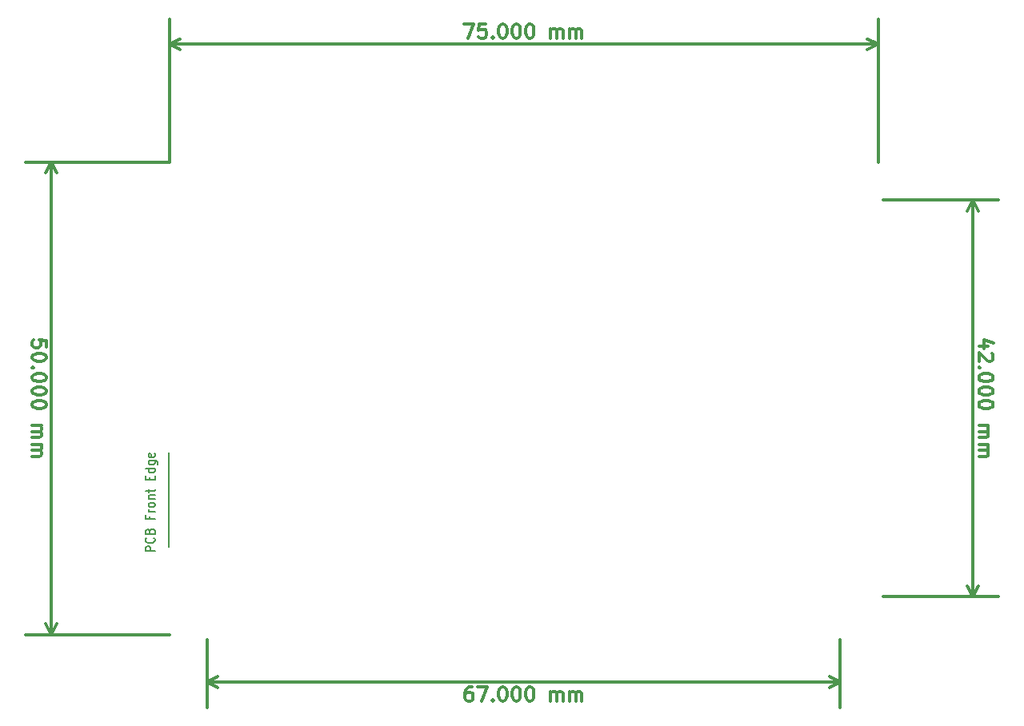
<source format=gbr>
%TF.GenerationSoftware,KiCad,Pcbnew,no-vcs-found*%
%TF.CreationDate,2017-10-09T11:26:26+10:30*%
%TF.ProjectId,clearpath-sc-single-channel,636C656172706174682D73632D73696E,1.0*%
%TF.SameCoordinates,Original*%
%TF.FileFunction,Drawing*%
%FSLAX46Y46*%
G04 Gerber Fmt 4.6, Leading zero omitted, Abs format (unit mm)*
G04 Created by KiCad (PCBNEW no-vcs-found) date Mon Oct  9 11:26:26 2017*
%MOMM*%
%LPD*%
G01*
G04 APERTURE LIST*
%ADD10C,0.300000*%
%ADD11C,0.150000*%
%ADD12C,0.130000*%
G04 APERTURE END LIST*
D10*
X132000000Y-155528570D02*
X131714285Y-155528570D01*
X131571428Y-155599999D01*
X131500000Y-155671427D01*
X131357142Y-155885713D01*
X131285714Y-156171427D01*
X131285714Y-156742856D01*
X131357142Y-156885713D01*
X131428571Y-156957141D01*
X131571428Y-157028570D01*
X131857142Y-157028570D01*
X132000000Y-156957141D01*
X132071428Y-156885713D01*
X132142857Y-156742856D01*
X132142857Y-156385713D01*
X132071428Y-156242856D01*
X132000000Y-156171427D01*
X131857142Y-156099999D01*
X131571428Y-156099999D01*
X131428571Y-156171427D01*
X131357142Y-156242856D01*
X131285714Y-156385713D01*
X132642857Y-155528570D02*
X133642857Y-155528570D01*
X133000000Y-157028570D01*
X134214285Y-156885713D02*
X134285714Y-156957141D01*
X134214285Y-157028570D01*
X134142857Y-156957141D01*
X134214285Y-156885713D01*
X134214285Y-157028570D01*
X135214285Y-155528570D02*
X135357142Y-155528570D01*
X135500000Y-155599999D01*
X135571428Y-155671427D01*
X135642857Y-155814284D01*
X135714285Y-156099999D01*
X135714285Y-156457141D01*
X135642857Y-156742856D01*
X135571428Y-156885713D01*
X135500000Y-156957141D01*
X135357142Y-157028570D01*
X135214285Y-157028570D01*
X135071428Y-156957141D01*
X135000000Y-156885713D01*
X134928571Y-156742856D01*
X134857142Y-156457141D01*
X134857142Y-156099999D01*
X134928571Y-155814284D01*
X135000000Y-155671427D01*
X135071428Y-155599999D01*
X135214285Y-155528570D01*
X136642857Y-155528570D02*
X136785714Y-155528570D01*
X136928571Y-155599999D01*
X137000000Y-155671427D01*
X137071428Y-155814284D01*
X137142857Y-156099999D01*
X137142857Y-156457141D01*
X137071428Y-156742856D01*
X137000000Y-156885713D01*
X136928571Y-156957141D01*
X136785714Y-157028570D01*
X136642857Y-157028570D01*
X136500000Y-156957141D01*
X136428571Y-156885713D01*
X136357142Y-156742856D01*
X136285714Y-156457141D01*
X136285714Y-156099999D01*
X136357142Y-155814284D01*
X136428571Y-155671427D01*
X136500000Y-155599999D01*
X136642857Y-155528570D01*
X138071428Y-155528570D02*
X138214285Y-155528570D01*
X138357142Y-155599999D01*
X138428571Y-155671427D01*
X138500000Y-155814284D01*
X138571428Y-156099999D01*
X138571428Y-156457141D01*
X138500000Y-156742856D01*
X138428571Y-156885713D01*
X138357142Y-156957141D01*
X138214285Y-157028570D01*
X138071428Y-157028570D01*
X137928571Y-156957141D01*
X137857142Y-156885713D01*
X137785714Y-156742856D01*
X137714285Y-156457141D01*
X137714285Y-156099999D01*
X137785714Y-155814284D01*
X137857142Y-155671427D01*
X137928571Y-155599999D01*
X138071428Y-155528570D01*
X140357142Y-157028570D02*
X140357142Y-156028570D01*
X140357142Y-156171427D02*
X140428571Y-156099999D01*
X140571428Y-156028570D01*
X140785714Y-156028570D01*
X140928571Y-156099999D01*
X141000000Y-156242856D01*
X141000000Y-157028570D01*
X141000000Y-156242856D02*
X141071428Y-156099999D01*
X141214285Y-156028570D01*
X141428571Y-156028570D01*
X141571428Y-156099999D01*
X141642857Y-156242856D01*
X141642857Y-157028570D01*
X142357142Y-157028570D02*
X142357142Y-156028570D01*
X142357142Y-156171427D02*
X142428571Y-156099999D01*
X142571428Y-156028570D01*
X142785714Y-156028570D01*
X142928571Y-156099999D01*
X143000000Y-156242856D01*
X143000000Y-157028570D01*
X143000000Y-156242856D02*
X143071428Y-156099999D01*
X143214285Y-156028570D01*
X143428571Y-156028570D01*
X143571428Y-156099999D01*
X143642857Y-156242856D01*
X143642857Y-157028570D01*
X104000000Y-154999999D02*
X171000000Y-154999999D01*
X104000000Y-150500000D02*
X104000000Y-157699999D01*
X171000000Y-150500000D02*
X171000000Y-157699999D01*
X171000000Y-154999999D02*
X169873496Y-155586420D01*
X171000000Y-154999999D02*
X169873496Y-154413578D01*
X104000000Y-154999999D02*
X105126504Y-155586420D01*
X104000000Y-154999999D02*
X105126504Y-154413578D01*
X186671428Y-119500000D02*
X185671428Y-119500000D01*
X187242857Y-119142857D02*
X186171428Y-118785714D01*
X186171428Y-119714285D01*
X187028571Y-120214285D02*
X187100000Y-120285714D01*
X187171428Y-120428571D01*
X187171428Y-120785714D01*
X187100000Y-120928571D01*
X187028571Y-121000000D01*
X186885714Y-121071428D01*
X186742857Y-121071428D01*
X186528571Y-121000000D01*
X185671428Y-120142857D01*
X185671428Y-121071428D01*
X185814285Y-121714285D02*
X185742857Y-121785714D01*
X185671428Y-121714285D01*
X185742857Y-121642857D01*
X185814285Y-121714285D01*
X185671428Y-121714285D01*
X187171428Y-122714285D02*
X187171428Y-122857142D01*
X187100000Y-123000000D01*
X187028571Y-123071428D01*
X186885714Y-123142857D01*
X186600000Y-123214285D01*
X186242857Y-123214285D01*
X185957142Y-123142857D01*
X185814285Y-123071428D01*
X185742857Y-123000000D01*
X185671428Y-122857142D01*
X185671428Y-122714285D01*
X185742857Y-122571428D01*
X185814285Y-122500000D01*
X185957142Y-122428571D01*
X186242857Y-122357142D01*
X186600000Y-122357142D01*
X186885714Y-122428571D01*
X187028571Y-122500000D01*
X187100000Y-122571428D01*
X187171428Y-122714285D01*
X187171428Y-124142857D02*
X187171428Y-124285714D01*
X187100000Y-124428571D01*
X187028571Y-124500000D01*
X186885714Y-124571428D01*
X186600000Y-124642857D01*
X186242857Y-124642857D01*
X185957142Y-124571428D01*
X185814285Y-124500000D01*
X185742857Y-124428571D01*
X185671428Y-124285714D01*
X185671428Y-124142857D01*
X185742857Y-124000000D01*
X185814285Y-123928571D01*
X185957142Y-123857142D01*
X186242857Y-123785714D01*
X186600000Y-123785714D01*
X186885714Y-123857142D01*
X187028571Y-123928571D01*
X187100000Y-124000000D01*
X187171428Y-124142857D01*
X187171428Y-125571428D02*
X187171428Y-125714285D01*
X187100000Y-125857142D01*
X187028571Y-125928571D01*
X186885714Y-126000000D01*
X186600000Y-126071428D01*
X186242857Y-126071428D01*
X185957142Y-126000000D01*
X185814285Y-125928571D01*
X185742857Y-125857142D01*
X185671428Y-125714285D01*
X185671428Y-125571428D01*
X185742857Y-125428571D01*
X185814285Y-125357142D01*
X185957142Y-125285714D01*
X186242857Y-125214285D01*
X186600000Y-125214285D01*
X186885714Y-125285714D01*
X187028571Y-125357142D01*
X187100000Y-125428571D01*
X187171428Y-125571428D01*
X185671428Y-127857142D02*
X186671428Y-127857142D01*
X186528571Y-127857142D02*
X186600000Y-127928571D01*
X186671428Y-128071428D01*
X186671428Y-128285714D01*
X186600000Y-128428571D01*
X186457142Y-128500000D01*
X185671428Y-128500000D01*
X186457142Y-128500000D02*
X186600000Y-128571428D01*
X186671428Y-128714285D01*
X186671428Y-128928571D01*
X186600000Y-129071428D01*
X186457142Y-129142857D01*
X185671428Y-129142857D01*
X185671428Y-129857142D02*
X186671428Y-129857142D01*
X186528571Y-129857142D02*
X186600000Y-129928571D01*
X186671428Y-130071428D01*
X186671428Y-130285714D01*
X186600000Y-130428571D01*
X186457142Y-130500000D01*
X185671428Y-130500000D01*
X186457142Y-130500000D02*
X186600000Y-130571428D01*
X186671428Y-130714285D01*
X186671428Y-130928571D01*
X186600000Y-131071428D01*
X186457142Y-131142857D01*
X185671428Y-131142857D01*
X185000000Y-104000000D02*
X185000000Y-146000000D01*
X175500000Y-104000000D02*
X187700000Y-104000000D01*
X175500000Y-146000000D02*
X187700000Y-146000000D01*
X185000000Y-146000000D02*
X184413579Y-144873496D01*
X185000000Y-146000000D02*
X185586421Y-144873496D01*
X185000000Y-104000000D02*
X184413579Y-105126504D01*
X185000000Y-104000000D02*
X185586421Y-105126504D01*
X86971429Y-119571428D02*
X86971429Y-118857142D01*
X86257143Y-118785714D01*
X86328572Y-118857142D01*
X86400001Y-119000000D01*
X86400001Y-119357142D01*
X86328572Y-119500000D01*
X86257143Y-119571428D01*
X86114286Y-119642857D01*
X85757143Y-119642857D01*
X85614286Y-119571428D01*
X85542858Y-119500000D01*
X85471429Y-119357142D01*
X85471429Y-119000000D01*
X85542858Y-118857142D01*
X85614286Y-118785714D01*
X86971429Y-120571428D02*
X86971429Y-120714285D01*
X86900001Y-120857142D01*
X86828572Y-120928571D01*
X86685715Y-121000000D01*
X86400001Y-121071428D01*
X86042858Y-121071428D01*
X85757143Y-121000000D01*
X85614286Y-120928571D01*
X85542858Y-120857142D01*
X85471429Y-120714285D01*
X85471429Y-120571428D01*
X85542858Y-120428571D01*
X85614286Y-120357142D01*
X85757143Y-120285714D01*
X86042858Y-120214285D01*
X86400001Y-120214285D01*
X86685715Y-120285714D01*
X86828572Y-120357142D01*
X86900001Y-120428571D01*
X86971429Y-120571428D01*
X85614286Y-121714285D02*
X85542858Y-121785714D01*
X85471429Y-121714285D01*
X85542858Y-121642857D01*
X85614286Y-121714285D01*
X85471429Y-121714285D01*
X86971429Y-122714285D02*
X86971429Y-122857142D01*
X86900001Y-123000000D01*
X86828572Y-123071428D01*
X86685715Y-123142857D01*
X86400001Y-123214285D01*
X86042858Y-123214285D01*
X85757143Y-123142857D01*
X85614286Y-123071428D01*
X85542858Y-123000000D01*
X85471429Y-122857142D01*
X85471429Y-122714285D01*
X85542858Y-122571428D01*
X85614286Y-122500000D01*
X85757143Y-122428571D01*
X86042858Y-122357142D01*
X86400001Y-122357142D01*
X86685715Y-122428571D01*
X86828572Y-122500000D01*
X86900001Y-122571428D01*
X86971429Y-122714285D01*
X86971429Y-124142857D02*
X86971429Y-124285714D01*
X86900001Y-124428571D01*
X86828572Y-124500000D01*
X86685715Y-124571428D01*
X86400001Y-124642857D01*
X86042858Y-124642857D01*
X85757143Y-124571428D01*
X85614286Y-124500000D01*
X85542858Y-124428571D01*
X85471429Y-124285714D01*
X85471429Y-124142857D01*
X85542858Y-124000000D01*
X85614286Y-123928571D01*
X85757143Y-123857142D01*
X86042858Y-123785714D01*
X86400001Y-123785714D01*
X86685715Y-123857142D01*
X86828572Y-123928571D01*
X86900001Y-124000000D01*
X86971429Y-124142857D01*
X86971429Y-125571428D02*
X86971429Y-125714285D01*
X86900001Y-125857142D01*
X86828572Y-125928571D01*
X86685715Y-126000000D01*
X86400001Y-126071428D01*
X86042858Y-126071428D01*
X85757143Y-126000000D01*
X85614286Y-125928571D01*
X85542858Y-125857142D01*
X85471429Y-125714285D01*
X85471429Y-125571428D01*
X85542858Y-125428571D01*
X85614286Y-125357142D01*
X85757143Y-125285714D01*
X86042858Y-125214285D01*
X86400001Y-125214285D01*
X86685715Y-125285714D01*
X86828572Y-125357142D01*
X86900001Y-125428571D01*
X86971429Y-125571428D01*
X85471429Y-127857142D02*
X86471429Y-127857142D01*
X86328572Y-127857142D02*
X86400001Y-127928571D01*
X86471429Y-128071428D01*
X86471429Y-128285714D01*
X86400001Y-128428571D01*
X86257143Y-128500000D01*
X85471429Y-128500000D01*
X86257143Y-128500000D02*
X86400001Y-128571428D01*
X86471429Y-128714285D01*
X86471429Y-128928571D01*
X86400001Y-129071428D01*
X86257143Y-129142857D01*
X85471429Y-129142857D01*
X85471429Y-129857142D02*
X86471429Y-129857142D01*
X86328572Y-129857142D02*
X86400001Y-129928571D01*
X86471429Y-130071428D01*
X86471429Y-130285714D01*
X86400001Y-130428571D01*
X86257143Y-130500000D01*
X85471429Y-130500000D01*
X86257143Y-130500000D02*
X86400001Y-130571428D01*
X86471429Y-130714285D01*
X86471429Y-130928571D01*
X86400001Y-131071428D01*
X86257143Y-131142857D01*
X85471429Y-131142857D01*
X87500001Y-100000000D02*
X87500001Y-150000000D01*
X100000000Y-100000000D02*
X84800001Y-100000000D01*
X100000000Y-150000000D02*
X84800001Y-150000000D01*
X87500001Y-150000000D02*
X86913580Y-148873496D01*
X87500001Y-150000000D02*
X88086422Y-148873496D01*
X87500001Y-100000000D02*
X86913580Y-101126504D01*
X87500001Y-100000000D02*
X88086422Y-101126504D01*
X131214285Y-85328571D02*
X132214285Y-85328571D01*
X131571428Y-86828571D01*
X133500000Y-85328571D02*
X132785714Y-85328571D01*
X132714285Y-86042857D01*
X132785714Y-85971428D01*
X132928571Y-85900000D01*
X133285714Y-85900000D01*
X133428571Y-85971428D01*
X133500000Y-86042857D01*
X133571428Y-86185714D01*
X133571428Y-86542857D01*
X133500000Y-86685714D01*
X133428571Y-86757142D01*
X133285714Y-86828571D01*
X132928571Y-86828571D01*
X132785714Y-86757142D01*
X132714285Y-86685714D01*
X134214285Y-86685714D02*
X134285714Y-86757142D01*
X134214285Y-86828571D01*
X134142857Y-86757142D01*
X134214285Y-86685714D01*
X134214285Y-86828571D01*
X135214285Y-85328571D02*
X135357142Y-85328571D01*
X135500000Y-85400000D01*
X135571428Y-85471428D01*
X135642857Y-85614285D01*
X135714285Y-85900000D01*
X135714285Y-86257142D01*
X135642857Y-86542857D01*
X135571428Y-86685714D01*
X135500000Y-86757142D01*
X135357142Y-86828571D01*
X135214285Y-86828571D01*
X135071428Y-86757142D01*
X135000000Y-86685714D01*
X134928571Y-86542857D01*
X134857142Y-86257142D01*
X134857142Y-85900000D01*
X134928571Y-85614285D01*
X135000000Y-85471428D01*
X135071428Y-85400000D01*
X135214285Y-85328571D01*
X136642857Y-85328571D02*
X136785714Y-85328571D01*
X136928571Y-85400000D01*
X137000000Y-85471428D01*
X137071428Y-85614285D01*
X137142857Y-85900000D01*
X137142857Y-86257142D01*
X137071428Y-86542857D01*
X137000000Y-86685714D01*
X136928571Y-86757142D01*
X136785714Y-86828571D01*
X136642857Y-86828571D01*
X136500000Y-86757142D01*
X136428571Y-86685714D01*
X136357142Y-86542857D01*
X136285714Y-86257142D01*
X136285714Y-85900000D01*
X136357142Y-85614285D01*
X136428571Y-85471428D01*
X136500000Y-85400000D01*
X136642857Y-85328571D01*
X138071428Y-85328571D02*
X138214285Y-85328571D01*
X138357142Y-85400000D01*
X138428571Y-85471428D01*
X138500000Y-85614285D01*
X138571428Y-85900000D01*
X138571428Y-86257142D01*
X138500000Y-86542857D01*
X138428571Y-86685714D01*
X138357142Y-86757142D01*
X138214285Y-86828571D01*
X138071428Y-86828571D01*
X137928571Y-86757142D01*
X137857142Y-86685714D01*
X137785714Y-86542857D01*
X137714285Y-86257142D01*
X137714285Y-85900000D01*
X137785714Y-85614285D01*
X137857142Y-85471428D01*
X137928571Y-85400000D01*
X138071428Y-85328571D01*
X140357142Y-86828571D02*
X140357142Y-85828571D01*
X140357142Y-85971428D02*
X140428571Y-85900000D01*
X140571428Y-85828571D01*
X140785714Y-85828571D01*
X140928571Y-85900000D01*
X141000000Y-86042857D01*
X141000000Y-86828571D01*
X141000000Y-86042857D02*
X141071428Y-85900000D01*
X141214285Y-85828571D01*
X141428571Y-85828571D01*
X141571428Y-85900000D01*
X141642857Y-86042857D01*
X141642857Y-86828571D01*
X142357142Y-86828571D02*
X142357142Y-85828571D01*
X142357142Y-85971428D02*
X142428571Y-85900000D01*
X142571428Y-85828571D01*
X142785714Y-85828571D01*
X142928571Y-85900000D01*
X143000000Y-86042857D01*
X143000000Y-86828571D01*
X143000000Y-86042857D02*
X143071428Y-85900000D01*
X143214285Y-85828571D01*
X143428571Y-85828571D01*
X143571428Y-85900000D01*
X143642857Y-86042857D01*
X143642857Y-86828571D01*
X100000000Y-87500000D02*
X175000000Y-87500000D01*
X100000000Y-100000000D02*
X100000000Y-84800000D01*
X175000000Y-100000000D02*
X175000000Y-84800000D01*
X175000000Y-87500000D02*
X173873496Y-88086421D01*
X175000000Y-87500000D02*
X173873496Y-86913579D01*
X100000000Y-87500000D02*
X101126504Y-88086421D01*
X100000000Y-87500000D02*
X101126504Y-86913579D01*
D11*
%TO.C,J?1*%
X99970000Y-130750000D02*
X99970000Y-140750000D01*
%TD*%
%TO.C,J?1*%
D12*
X98452380Y-141164285D02*
X97452380Y-141164285D01*
X97452380Y-140821428D01*
X97500000Y-140735714D01*
X97547619Y-140692857D01*
X97642857Y-140650000D01*
X97785714Y-140650000D01*
X97880952Y-140692857D01*
X97928571Y-140735714D01*
X97976190Y-140821428D01*
X97976190Y-141164285D01*
X98357142Y-139750000D02*
X98404761Y-139792857D01*
X98452380Y-139921428D01*
X98452380Y-140007142D01*
X98404761Y-140135714D01*
X98309523Y-140221428D01*
X98214285Y-140264285D01*
X98023809Y-140307142D01*
X97880952Y-140307142D01*
X97690476Y-140264285D01*
X97595238Y-140221428D01*
X97500000Y-140135714D01*
X97452380Y-140007142D01*
X97452380Y-139921428D01*
X97500000Y-139792857D01*
X97547619Y-139750000D01*
X97928571Y-139064285D02*
X97976190Y-138935714D01*
X98023809Y-138892857D01*
X98119047Y-138850000D01*
X98261904Y-138850000D01*
X98357142Y-138892857D01*
X98404761Y-138935714D01*
X98452380Y-139021428D01*
X98452380Y-139364285D01*
X97452380Y-139364285D01*
X97452380Y-139064285D01*
X97500000Y-138978571D01*
X97547619Y-138935714D01*
X97642857Y-138892857D01*
X97738095Y-138892857D01*
X97833333Y-138935714D01*
X97880952Y-138978571D01*
X97928571Y-139064285D01*
X97928571Y-139364285D01*
X97928571Y-137478571D02*
X97928571Y-137778571D01*
X98452380Y-137778571D02*
X97452380Y-137778571D01*
X97452380Y-137350000D01*
X98452380Y-137007142D02*
X97785714Y-137007142D01*
X97976190Y-137007142D02*
X97880952Y-136964285D01*
X97833333Y-136921428D01*
X97785714Y-136835714D01*
X97785714Y-136750000D01*
X98452380Y-136321428D02*
X98404761Y-136407142D01*
X98357142Y-136450000D01*
X98261904Y-136492857D01*
X97976190Y-136492857D01*
X97880952Y-136450000D01*
X97833333Y-136407142D01*
X97785714Y-136321428D01*
X97785714Y-136192857D01*
X97833333Y-136107142D01*
X97880952Y-136064285D01*
X97976190Y-136021428D01*
X98261904Y-136021428D01*
X98357142Y-136064285D01*
X98404761Y-136107142D01*
X98452380Y-136192857D01*
X98452380Y-136321428D01*
X97785714Y-135635714D02*
X98452380Y-135635714D01*
X97880952Y-135635714D02*
X97833333Y-135592857D01*
X97785714Y-135507142D01*
X97785714Y-135378571D01*
X97833333Y-135292857D01*
X97928571Y-135250000D01*
X98452380Y-135250000D01*
X97785714Y-134950000D02*
X97785714Y-134607142D01*
X97452380Y-134821428D02*
X98309523Y-134821428D01*
X98404761Y-134778571D01*
X98452380Y-134692857D01*
X98452380Y-134607142D01*
X97928571Y-133621428D02*
X97928571Y-133321428D01*
X98452380Y-133192857D02*
X98452380Y-133621428D01*
X97452380Y-133621428D01*
X97452380Y-133192857D01*
X98452380Y-132421428D02*
X97452380Y-132421428D01*
X98404761Y-132421428D02*
X98452380Y-132507142D01*
X98452380Y-132678571D01*
X98404761Y-132764285D01*
X98357142Y-132807142D01*
X98261904Y-132850000D01*
X97976190Y-132850000D01*
X97880952Y-132807142D01*
X97833333Y-132764285D01*
X97785714Y-132678571D01*
X97785714Y-132507142D01*
X97833333Y-132421428D01*
X97785714Y-131607142D02*
X98595238Y-131607142D01*
X98690476Y-131650000D01*
X98738095Y-131692857D01*
X98785714Y-131778571D01*
X98785714Y-131907142D01*
X98738095Y-131992857D01*
X98404761Y-131607142D02*
X98452380Y-131692857D01*
X98452380Y-131864285D01*
X98404761Y-131950000D01*
X98357142Y-131992857D01*
X98261904Y-132035714D01*
X97976190Y-132035714D01*
X97880952Y-131992857D01*
X97833333Y-131950000D01*
X97785714Y-131864285D01*
X97785714Y-131692857D01*
X97833333Y-131607142D01*
X98404761Y-130835714D02*
X98452380Y-130921428D01*
X98452380Y-131092857D01*
X98404761Y-131178571D01*
X98309523Y-131221428D01*
X97928571Y-131221428D01*
X97833333Y-131178571D01*
X97785714Y-131092857D01*
X97785714Y-130921428D01*
X97833333Y-130835714D01*
X97928571Y-130792857D01*
X98023809Y-130792857D01*
X98119047Y-131221428D01*
%TD*%
M02*

</source>
